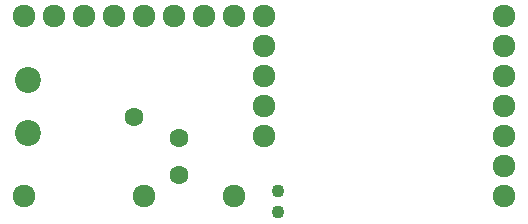
<source format=gbr>
G04 #@! TF.FileFunction,Soldermask,Bot*
%FSLAX46Y46*%
G04 Gerber Fmt 4.6, Leading zero omitted, Abs format (unit mm)*
G04 Created by KiCad (PCBNEW 4.0.2+dfsg1-stable) date jeu. 11 mai 2017 22:37:16 CEST*
%MOMM*%
G01*
G04 APERTURE LIST*
%ADD10C,0.100000*%
%ADD11C,1.598880*%
%ADD12C,1.924000*%
%ADD13C,2.200000*%
%ADD14C,1.100000*%
G04 APERTURE END LIST*
D10*
D11*
X140335000Y-87185500D03*
X140335000Y-90297000D03*
D12*
X137340000Y-92075000D03*
X127180000Y-92075000D03*
X127180000Y-76835000D03*
X144960000Y-92075000D03*
X132260000Y-76835000D03*
X129720000Y-76835000D03*
X134800000Y-76835000D03*
X137340000Y-76835000D03*
X144960000Y-76835000D03*
X147500000Y-76835000D03*
X142420000Y-76835000D03*
X139880000Y-76835000D03*
X147500000Y-79375000D03*
X147500000Y-81915000D03*
X147500000Y-84455000D03*
X147500000Y-86995000D03*
X167820000Y-76835000D03*
X167820000Y-79375000D03*
X167820000Y-81915000D03*
X167820000Y-84455000D03*
X167820000Y-86995000D03*
X167820000Y-89535000D03*
X167820000Y-92075000D03*
D13*
X127500000Y-82250000D03*
X127500000Y-86750000D03*
D11*
X136525000Y-85344000D03*
D14*
X148717000Y-93432200D03*
X148717000Y-91632200D03*
M02*

</source>
